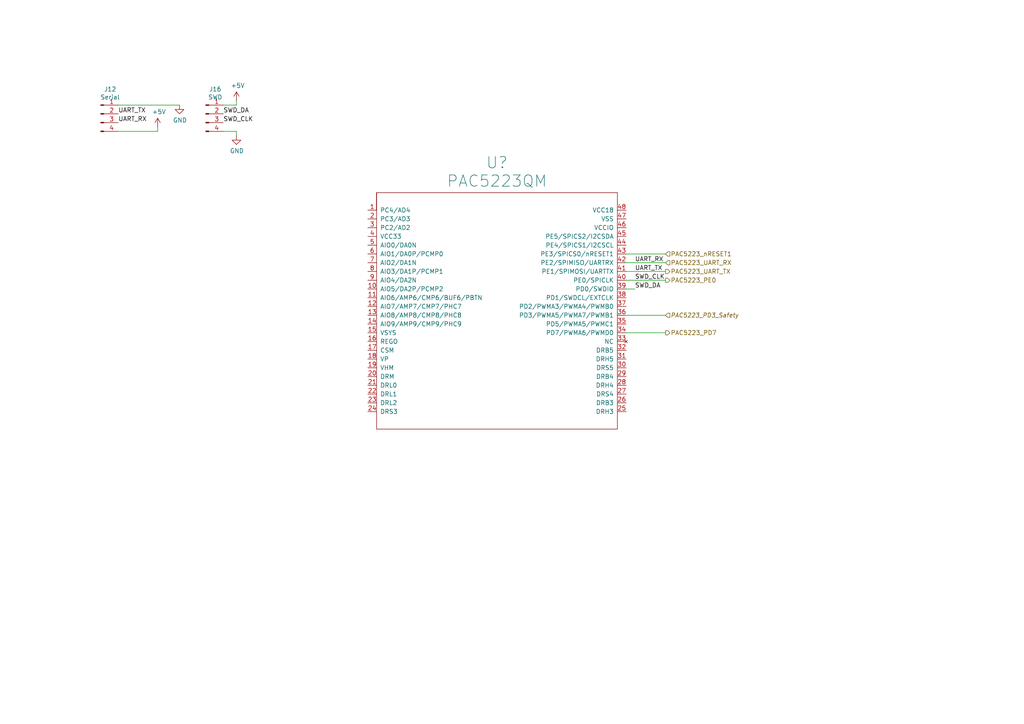
<source format=kicad_sch>
(kicad_sch (version 20211123) (generator eeschema)
  (paper "A4")
  (title_block (title "Project Mowgli") (date "2022-05-22") (rev "1.0.1") (comment 1 "(c) CyberNet / cn@warp.at") (comment 2 "https://github.com/cloudn1ne/Mowgli"))
  (lib_symbols
    (symbol "Connector:Conn_01x04_Male" (pin_names (offset 1.016) hide)
      (property "Reference" "J" (at 0 5.08 0))
      (property "Value" "Conn_01x04_Male" (at 0 -7.62 0))
      (symbol "Conn_01x04_Male_1_1"
        (polyline (pts (xy 1.27 -5.08) (xy 0.8636 -5.08)) (stroke (width 0.1524)))
        (polyline (pts (xy 1.27 -2.54) (xy 0.8636 -2.54)) (stroke (width 0.1524)))
        (polyline (pts (xy 1.27 0) (xy 0.8636 0)) (stroke (width 0.1524)))
        (polyline (pts (xy 1.27 2.54) (xy 0.8636 2.54)) (stroke (width 0.1524)))
        (rectangle (start 0.8636 -4.953) (end 0 -5.207) (stroke (width 0.1524)) (fill (type outline)))
        (rectangle (start 0.8636 -2.413) (end 0 -2.667) (stroke (width 0.1524)) (fill (type outline)))
        (rectangle (start 0.8636 0.127) (end 0 -0.127) (stroke (width 0.1524)) (fill (type outline)))
        (rectangle (start 0.8636 2.667) (end 0 2.413) (stroke (width 0.1524)) (fill (type outline)))
        (pin passive line (at 5.08 2.54 180) (length 3.81) (name "Pin_1") (number "1"))
        (pin passive line (at 5.08 0 180) (length 3.81) (name "Pin_2") (number "2"))
        (pin passive line (at 5.08 -2.54 180) (length 3.81) (name "Pin_3") (number "3"))
        (pin passive line (at 5.08 -5.08 180) (length 3.81) (name "Pin_4") (number "4"))
      )
    )
    (symbol "Kicad-PAC-Library:PAC5223QM" (pin_names (offset 1.016))
      (property "Reference" "U" (at -12.7 -19.05 0))
      (property "Value" "PAC5223QM" (at 0 -26.67 0))
      (symbol "PAC5223QM_0_1"
        (rectangle (start -35.56 27.94) (end -35.56 33.02))
        (rectangle (start -35.56 33.02) (end 34.29 -35.56))
      )
      (symbol "PAC5223QM_1_1"
        (pin bidirectional line (at -38.1 27.94 0) (length 2.54) (name "PC4/AD4") (number "1"))
        (pin bidirectional line (at -38.1 5.08 0) (length 2.54) (name "AIO5/DA2P/PCMP2") (number "10"))
        (pin bidirectional line (at -38.1 2.54 0) (length 2.54) (name "AIO6/AMP6/CMP6/BUF6/PBTN") (number "11"))
        (pin bidirectional line (at -38.1 0 0) (length 2.54) (name "AIO7/AMP7/CMP7/PHC7") (number "12"))
        (pin bidirectional line (at -38.1 -2.54 0) (length 2.54) (name "AIO8/AMP8/CMP8/PHC8") (number "13"))
        (pin bidirectional line (at -38.1 -5.08 0) (length 2.54) (name "AIO9/AMP9/CMP9/PHC9") (number "14"))
        (pin power_in line (at -38.1 -7.62 0) (length 2.54) (name "VSYS") (number "15"))
        (pin bidirectional line (at -38.1 -10.16 0) (length 2.54) (name "REGO") (number "16"))
        (pin bidirectional line (at -38.1 -12.7 0) (length 2.54) (name "CSM") (number "17"))
        (pin bidirectional line (at -38.1 -15.24 0) (length 2.54) (name "VP") (number "18"))
        (pin bidirectional line (at -38.1 -17.78 0) (length 2.54) (name "VHM") (number "19"))
        (pin bidirectional line (at -38.1 25.4 0) (length 2.54) (name "PC3/AD3") (number "2"))
        (pin bidirectional line (at -38.1 -20.32 0) (length 2.54) (name "DRM") (number "20"))
        (pin bidirectional line (at -38.1 -22.86 0) (length 2.54) (name "DRL0") (number "21"))
        (pin bidirectional line (at -38.1 -25.4 0) (length 2.54) (name "DRL1") (number "22"))
        (pin bidirectional line (at -38.1 -27.94 0) (length 2.54) (name "DRL2") (number "23"))
        (pin bidirectional line (at -38.1 -30.48 0) (length 2.54) (name "DRS3") (number "24"))
        (pin bidirectional line (at 36.83 -30.48 180) (length 2.54) (name "DRH3") (number "25"))
        (pin bidirectional line (at 36.83 -27.94 180) (length 2.54) (name "DRB3") (number "26"))
        (pin bidirectional line (at 36.83 -25.4 180) (length 2.54) (name "DRS4") (number "27"))
        (pin bidirectional line (at 36.83 -22.86 180) (length 2.54) (name "DRH4") (number "28"))
        (pin bidirectional line (at 36.83 -20.32 180) (length 2.54) (name "DRB4") (number "29"))
        (pin bidirectional line (at -38.1 22.86 0) (length 2.54) (name "PC2/AD2") (number "3"))
        (pin bidirectional line (at 36.83 -17.78 180) (length 2.54) (name "DRS5") (number "30"))
        (pin bidirectional line (at 36.83 -15.24 180) (length 2.54) (name "DRH5") (number "31"))
        (pin bidirectional line (at 36.83 -12.7 180) (length 2.54) (name "DRB5") (number "32"))
        (pin no_connect line (at 36.83 -10.16 180) (length 2.54) (name "NC") (number "33"))
        (pin bidirectional line (at 36.83 -7.62 180) (length 2.54) (name "PD7/PWMA6/PWMD0") (number "34"))
        (pin bidirectional line (at 36.83 -5.08 180) (length 2.54) (name "PD5/PWMA5/PWMC1") (number "35"))
        (pin bidirectional line (at 36.83 -2.54 180) (length 2.54) (name "PD3/PWMA5/PWMA7/PWMB1") (number "36"))
        (pin bidirectional line (at 36.83 0 180) (length 2.54) (name "PD2/PWMA3/PWMA4/PWMB0") (number "37"))
        (pin bidirectional line (at 36.83 2.54 180) (length 2.54) (name "PD1/SWDCL/EXTCLK") (number "38"))
        (pin bidirectional line (at 36.83 5.08 180) (length 2.54) (name "PD0/SWDIO") (number "39"))
        (pin power_in line (at -38.1 20.32 0) (length 2.54) (name "VCC33") (number "4"))
        (pin bidirectional line (at 36.83 7.62 180) (length 2.54) (name "PE0/SPICLK") (number "40"))
        (pin bidirectional line (at 36.83 10.16 180) (length 2.54) (name "PE1/SPIMOSI/UARTTX") (number "41"))
        (pin bidirectional line (at 36.83 12.7 180) (length 2.54) (name "PE2/SPIMISO/UARTRX") (number "42"))
        (pin bidirectional line (at 36.83 15.24 180) (length 2.54) (name "PE3/SPICS0/nRESET1") (number "43"))
        (pin bidirectional line (at 36.83 17.78 180) (length 2.54) (name "PE4/SPICS1/I2CSCL") (number "44"))
        (pin bidirectional line (at 36.83 20.32 180) (length 2.54) (name "PE5/SPICS2/I2CSDA") (number "45"))
        (pin power_in line (at 36.83 22.86 180) (length 2.54) (name "VCCIO") (number "46"))
        (pin unspecified line (at 36.83 25.4 180) (length 2.54) (name "VSS") (number "47"))
        (pin power_in line (at 36.83 27.94 180) (length 2.54) (name "VCC18") (number "48"))
        (pin bidirectional line (at -38.1 17.78 0) (length 2.54) (name "AIO0/DA0N") (number "5"))
        (pin bidirectional line (at -38.1 15.24 0) (length 2.54) (name "AIO1/DA0P/PCMP0") (number "6"))
        (pin bidirectional line (at -38.1 12.7 0) (length 2.54) (name "AIO2/DA1N") (number "7"))
        (pin bidirectional line (at -38.1 10.16 0) (length 2.54) (name "AIO3/DA1P/PCMP1") (number "8"))
        (pin bidirectional line (at -38.1 7.62 0) (length 2.54) (name "AIO4/DA2N") (number "9"))
      )
    )
    (symbol "power:+5V" (power) (pin_names (offset 0))
      (property "Value" "+5V" (at 0 3.556 0))
      (symbol "+5V_0_1"
        (polyline (pts (xy -0.762 1.27) (xy 0 2.54)))
        (polyline (pts (xy 0 0) (xy 0 2.54)))
        (polyline (pts (xy 0 2.54) (xy 0.762 1.27)))
      )
      (symbol "+5V_1_1"
        (pin power_in line (at 0 0 90) (length 0) hide (name "+5V") (number "1"))
      )
    )
    (symbol "power:GND" (power) (pin_names (offset 0))
      (property "Value" "GND" (at 0 -3.81 0))
      (symbol "GND_0_1"
        (polyline (pts (xy 0 0) (xy 0 -1.27) (xy 1.27 -1.27) (xy 0 -2.54) (xy -1.27 -1.27) (xy 0 -1.27)))
      )
      (symbol "GND_1_1"
        (pin power_in line (at 0 0 270) (length 0) hide (name "GND") (number "1"))
      )
    )
  )
  (wire (pts (xy 193.04 76.2) (xy 181.61 76.2)))
  (wire (pts (xy 193.04 73.66) (xy 181.61 73.66)))
  (wire (pts (xy 193.04 91.44) (xy 181.61 91.44)))
  (wire (pts (xy 45.72 36.83) (xy 45.72 38.1)))
  (wire (pts (xy 68.58 29.21) (xy 68.58 30.48)))
  (wire (pts (xy 181.61 81.28) (xy 193.04 81.28)))
  (wire (pts (xy 68.58 30.48) (xy 64.77 30.48)))
  (wire (pts (xy 52.07 30.48) (xy 34.29 30.48)))
  (wire (pts (xy 184.15 83.82) (xy 181.61 83.82)))
  (wire (pts (xy 68.58 39.37) (xy 68.58 38.1)))
  (wire (pts (xy 68.58 38.1) (xy 64.77 38.1)))
  (wire (pts (xy 34.29 38.1) (xy 45.72 38.1)))
  (wire (pts (xy 193.04 96.52) (xy 181.61 96.52)))
  (wire (pts (xy 193.04 78.74) (xy 181.61 78.74)))
  (label "SWD_DA" (at 184.15 83.82 0))
  (label "UART_RX" (at 184.15 76.2 0))
  (label "UART_TX" (at 184.15 78.74 0))
  (label "SWD_DA" (at 64.77 33.02 0))
  (label "SWD_CLK" (at 64.77 35.56 0))
  (label "SWD_CLK" (at 184.15 81.28 0))
  (label "UART_TX" (at 34.29 33.02 0))
  (label "UART_RX" (at 34.29 35.56 0))
  (hierarchical_label "PAC5223_PE0" (shape output) (at 193.04 81.28 0))
  (hierarchical_label "PAC5223_nRESET1" (shape input) (at 193.04 73.66 0))
  (hierarchical_label "PAC5223_PD3_Safety" (shape input) (at 193.04 91.44 0) (effects (font (size 1.2446 1.2446) italic)))
  (hierarchical_label "PAC5223_UART_RX" (shape input) (at 193.04 76.2 0))
  (hierarchical_label "PAC5223_UART_TX" (shape output) (at 193.04 78.74 0))
  (hierarchical_label "PAC5223_PD7" (shape output) (at 193.04 96.52 0))
  (symbol (lib_id "Kicad-PAC-Library:PAC5223QM") (at 144.78 88.9 0) (unit 1)
    (property "Reference" "U?" (at 144.145 47.1678 0) (effects (font (size 3.2766 3.2766))))
    (property "Value" "PAC5223QM" (at 144.145 52.5018 0) (effects (font (size 3.2766 3.2766))))
  )
  (symbol (lib_id "Connector:Conn_01x04_Male") (at 29.21 33.02 0) (unit 1)
    (property "Reference" "J12" (at 31.9532 25.8826 0))
    (property "Value" "Serial" (at 31.9532 28.194 0))
  )
  (symbol (lib_id "power:+5V") (at 45.72 36.83 0) (unit 1)
    (property "Reference" "#PWR0101" (effects hide))
    (property "Value" "+5V" (at 46.101 32.4358 0))
  )
  (symbol (lib_id "power:GND") (at 52.07 30.48 0) (unit 1)
    (property "Reference" "#PWR0102" (effects hide))
    (property "Value" "GND" (at 52.197 34.8742 0))
  )
  (symbol (lib_id "Connector:Conn_01x04_Male") (at 59.69 33.02 0) (unit 1)
    (property "Reference" "J16" (at 62.4332 25.8826 0))
    (property "Value" "SWD" (at 62.4332 28.194 0))
  )
  (symbol (lib_id "power:GND") (at 68.58 39.37 0) (unit 1)
    (property "Reference" "#PWR0103" (effects hide))
    (property "Value" "GND" (at 68.707 43.7642 0))
  )
  (symbol (lib_id "power:+5V") (at 68.58 29.21 0) (unit 1)
    (property "Reference" "#PWR0104" (effects hide))
    (property "Value" "+5V" (at 68.961 24.8158 0))
  )
)
</source>
